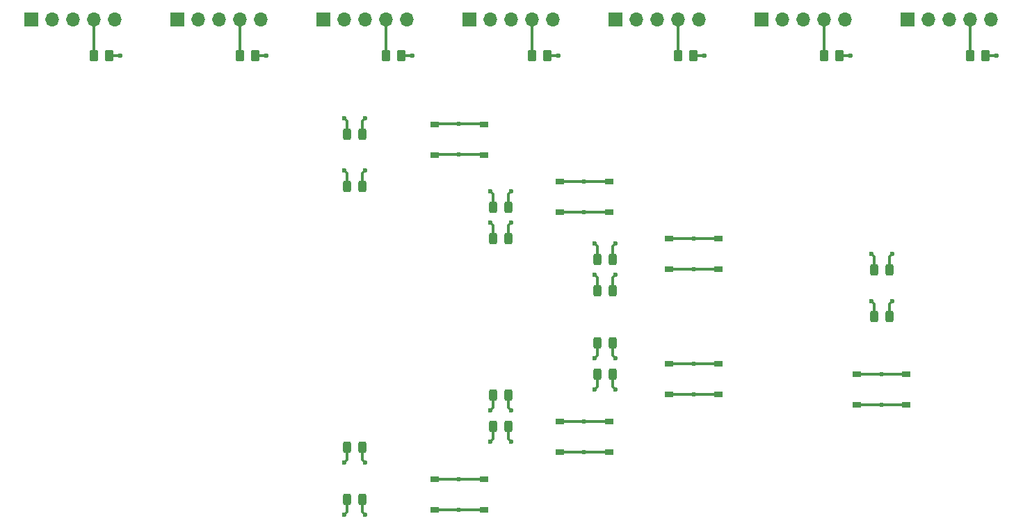
<source format=gbr>
%TF.GenerationSoftware,KiCad,Pcbnew,7.0.11+1*%
%TF.CreationDate,2024-06-09T21:21:38+01:00*%
%TF.ProjectId,crowland-green,63726f77-6c61-46e6-942d-677265656e2e,Rev 1*%
%TF.SameCoordinates,Original*%
%TF.FileFunction,Copper,L1,Top*%
%TF.FilePolarity,Positive*%
%FSLAX46Y46*%
G04 Gerber Fmt 4.6, Leading zero omitted, Abs format (unit mm)*
G04 Created by KiCad (PCBNEW 7.0.11+1) date 2024-06-09 21:21:38*
%MOMM*%
%LPD*%
G01*
G04 APERTURE LIST*
G04 Aperture macros list*
%AMRoundRect*
0 Rectangle with rounded corners*
0 $1 Rounding radius*
0 $2 $3 $4 $5 $6 $7 $8 $9 X,Y pos of 4 corners*
0 Add a 4 corners polygon primitive as box body*
4,1,4,$2,$3,$4,$5,$6,$7,$8,$9,$2,$3,0*
0 Add four circle primitives for the rounded corners*
1,1,$1+$1,$2,$3*
1,1,$1+$1,$4,$5*
1,1,$1+$1,$6,$7*
1,1,$1+$1,$8,$9*
0 Add four rect primitives between the rounded corners*
20,1,$1+$1,$2,$3,$4,$5,0*
20,1,$1+$1,$4,$5,$6,$7,0*
20,1,$1+$1,$6,$7,$8,$9,0*
20,1,$1+$1,$8,$9,$2,$3,0*%
G04 Aperture macros list end*
%TA.AperFunction,SMDPad,CuDef*%
%ADD10RoundRect,0.243750X-0.243750X-0.456250X0.243750X-0.456250X0.243750X0.456250X-0.243750X0.456250X0*%
%TD*%
%TA.AperFunction,SMDPad,CuDef*%
%ADD11RoundRect,0.250000X-0.262500X-0.450000X0.262500X-0.450000X0.262500X0.450000X-0.262500X0.450000X0*%
%TD*%
%TA.AperFunction,ComponentPad*%
%ADD12R,1.700000X1.700000*%
%TD*%
%TA.AperFunction,ComponentPad*%
%ADD13O,1.700000X1.700000*%
%TD*%
%TA.AperFunction,SMDPad,CuDef*%
%ADD14R,1.000000X0.750000*%
%TD*%
%TA.AperFunction,ViaPad*%
%ADD15C,0.600000*%
%TD*%
%TA.AperFunction,Conductor*%
%ADD16C,0.300000*%
%TD*%
G04 APERTURE END LIST*
D10*
%TO.P,D3,1,K*%
%TO.N,/Point2/LED_R*%
X90502500Y-68580000D03*
%TO.P,D3,2,A*%
%TO.N,Net-(D3-A)*%
X92377500Y-68580000D03*
%TD*%
D11*
%TO.P,R1,1*%
%TO.N,/Point1/LED_C*%
X41910000Y-50165000D03*
%TO.P,R1,2*%
%TO.N,Net-(D1-A)*%
X43735000Y-50165000D03*
%TD*%
%TO.P,R3,1*%
%TO.N,/Point3/LED_C*%
X77470000Y-50165000D03*
%TO.P,R3,2*%
%TO.N,Net-(D5-A)*%
X79295000Y-50165000D03*
%TD*%
D12*
%TO.P,J1,1,Pin_1*%
%TO.N,/Point1/SW_L*%
X34290000Y-45720000D03*
D13*
%TO.P,J1,2,Pin_2*%
%TO.N,/Point1/SW_R*%
X36830000Y-45720000D03*
%TO.P,J1,3,Pin_3*%
%TO.N,/Point1/LED_L*%
X39370000Y-45720000D03*
%TO.P,J1,4,Pin_4*%
%TO.N,/Point1/LED_C*%
X41910000Y-45720000D03*
%TO.P,J1,5,Pin_5*%
%TO.N,/Point1/LED_R*%
X44450000Y-45720000D03*
%TD*%
D12*
%TO.P,J5,1,Pin_1*%
%TO.N,/Point5/SW_L*%
X105410000Y-45720000D03*
D13*
%TO.P,J5,2,Pin_2*%
%TO.N,/Point5/SW_R*%
X107950000Y-45720000D03*
%TO.P,J5,3,Pin_3*%
%TO.N,/Point5/LED_L*%
X110490000Y-45720000D03*
%TO.P,J5,4,Pin_4*%
%TO.N,/Point5/LED_C*%
X113030000Y-45720000D03*
%TO.P,J5,5,Pin_5*%
%TO.N,/Point5/LED_R*%
X115570000Y-45720000D03*
%TD*%
D11*
%TO.P,R5,1*%
%TO.N,/Point5/LED_C*%
X113030000Y-50165000D03*
%TO.P,R5,2*%
%TO.N,Net-(D10-A)*%
X114855000Y-50165000D03*
%TD*%
%TO.P,R7,2*%
%TO.N,Net-(D13-A)*%
X150415000Y-50165000D03*
%TO.P,R7,1*%
%TO.N,/Point7/LED_C*%
X148590000Y-50165000D03*
%TD*%
D14*
%TO.P,SW7,1,A*%
%TO.N,/Point7/SW_R*%
X134795000Y-88930000D03*
X140795000Y-88930000D03*
%TO.P,SW7,2,B*%
%TO.N,/Point7/SW_L*%
X134795000Y-92680000D03*
X140795000Y-92680000D03*
%TD*%
D10*
%TO.P,D9,1,K*%
%TO.N,/Point5/LED_R*%
X90502500Y-91440000D03*
%TO.P,D9,2,A*%
%TO.N,Net-(D10-A)*%
X92377500Y-91440000D03*
%TD*%
D14*
%TO.P,SW1,1,A*%
%TO.N,/Point1/SW_R*%
X83360000Y-58480000D03*
X89360000Y-58480000D03*
%TO.P,SW1,2,B*%
%TO.N,/Point1/SW_L*%
X83360000Y-62230000D03*
X89360000Y-62230000D03*
%TD*%
%TO.P,SW4,1,A*%
%TO.N,/Point4/SW_R*%
X89360000Y-105410000D03*
X83360000Y-105410000D03*
%TO.P,SW4,2,B*%
%TO.N,/Point4/SW_L*%
X89360000Y-101660000D03*
X83360000Y-101660000D03*
%TD*%
D12*
%TO.P,J4,1,Pin_1*%
%TO.N,/Point4/SW_L*%
X87630000Y-45720000D03*
D13*
%TO.P,J4,2,Pin_2*%
%TO.N,/Point4/SW_R*%
X90170000Y-45720000D03*
%TO.P,J4,3,Pin_3*%
%TO.N,/Point4/LED_L*%
X92710000Y-45720000D03*
%TO.P,J4,4,Pin_4*%
%TO.N,/Point4/LED_C*%
X95250000Y-45720000D03*
%TO.P,J4,5,Pin_5*%
%TO.N,/Point4/LED_R*%
X97790000Y-45720000D03*
%TD*%
D14*
%TO.P,SW5,1,A*%
%TO.N,/Point5/SW_R*%
X104600000Y-98395000D03*
X98600000Y-98395000D03*
%TO.P,SW5,2,B*%
%TO.N,/Point5/SW_L*%
X104600000Y-94645000D03*
X98600000Y-94645000D03*
%TD*%
D11*
%TO.P,R6,1*%
%TO.N,/Point6/LED_C*%
X130810000Y-50165000D03*
%TO.P,R6,2*%
%TO.N,Net-(D11-A)*%
X132635000Y-50165000D03*
%TD*%
D10*
%TO.P,D4,1,K*%
%TO.N,/Point2/LED_L*%
X90502500Y-72390000D03*
%TO.P,D4,2,A*%
%TO.N,Net-(D3-A)*%
X92377500Y-72390000D03*
%TD*%
D11*
%TO.P,R2,1*%
%TO.N,/Point2/LED_C*%
X59690000Y-50165000D03*
%TO.P,R2,2*%
%TO.N,Net-(D3-A)*%
X61515000Y-50165000D03*
%TD*%
D12*
%TO.P,J6,1,Pin_1*%
%TO.N,/Point6/SW_L*%
X123190000Y-45720000D03*
D13*
%TO.P,J6,2,Pin_2*%
%TO.N,/Point6/SW_R*%
X125730000Y-45720000D03*
%TO.P,J6,3,Pin_3*%
%TO.N,/Point6/LED_L*%
X128270000Y-45720000D03*
%TO.P,J6,4,Pin_4*%
%TO.N,/Point6/LED_C*%
X130810000Y-45720000D03*
%TO.P,J6,5,Pin_5*%
%TO.N,/Point6/LED_R*%
X133350000Y-45720000D03*
%TD*%
D11*
%TO.P,R4,1*%
%TO.N,/Point4/LED_C*%
X95250000Y-50165000D03*
%TO.P,R4,2*%
%TO.N,Net-(D7-A)*%
X97075000Y-50165000D03*
%TD*%
D10*
%TO.P,D13,1,K*%
%TO.N,/Point7/LED_R*%
X136857500Y-76200000D03*
%TO.P,D13,2,A*%
%TO.N,Net-(D13-A)*%
X138732500Y-76200000D03*
%TD*%
%TO.P,D10,1,K*%
%TO.N,/Point5/LED_L*%
X90502500Y-95250000D03*
%TO.P,D10,2,A*%
%TO.N,Net-(D10-A)*%
X92377500Y-95250000D03*
%TD*%
%TO.P,D2,1,K*%
%TO.N,/Point1/LED_L*%
X72722500Y-66040000D03*
%TO.P,D2,2,A*%
%TO.N,Net-(D1-A)*%
X74597500Y-66040000D03*
%TD*%
D12*
%TO.P,J7,1,Pin_1*%
%TO.N,/Point7/SW_L*%
X140970000Y-45720000D03*
D13*
%TO.P,J7,2,Pin_2*%
%TO.N,/Point7/SW_R*%
X143510000Y-45720000D03*
%TO.P,J7,3,Pin_3*%
%TO.N,/Point7/LED_L*%
X146050000Y-45720000D03*
%TO.P,J7,4,Pin_4*%
%TO.N,/Point7/LED_C*%
X148590000Y-45720000D03*
%TO.P,J7,5,Pin_5*%
%TO.N,/Point7/LED_R*%
X151130000Y-45720000D03*
%TD*%
D10*
%TO.P,D5,1,K*%
%TO.N,/Point3/LED_R*%
X103202500Y-74930000D03*
%TO.P,D5,2,A*%
%TO.N,Net-(D5-A)*%
X105077500Y-74930000D03*
%TD*%
%TO.P,D12,1,K*%
%TO.N,/Point6/LED_L*%
X103202500Y-88900000D03*
%TO.P,D12,2,A*%
%TO.N,Net-(D11-A)*%
X105077500Y-88900000D03*
%TD*%
D14*
%TO.P,SW6,1,A*%
%TO.N,/Point6/SW_R*%
X117935000Y-91410000D03*
X111935000Y-91410000D03*
%TO.P,SW6,2,B*%
%TO.N,/Point6/SW_L*%
X117935000Y-87660000D03*
X111935000Y-87660000D03*
%TD*%
D10*
%TO.P,D7,1,K*%
%TO.N,/Point4/LED_R*%
X72722500Y-97790000D03*
%TO.P,D7,2,A*%
%TO.N,Net-(D7-A)*%
X74597500Y-97790000D03*
%TD*%
%TO.P,D6,1,K*%
%TO.N,/Point3/LED_L*%
X103202500Y-78740000D03*
%TO.P,D6,2,A*%
%TO.N,Net-(D5-A)*%
X105077500Y-78740000D03*
%TD*%
%TO.P,D8,1,K*%
%TO.N,/Point4/LED_L*%
X72722500Y-104140000D03*
%TO.P,D8,2,A*%
%TO.N,Net-(D7-A)*%
X74597500Y-104140000D03*
%TD*%
D12*
%TO.P,J2,1,Pin_1*%
%TO.N,/Point2/SW_L*%
X52070000Y-45720000D03*
D13*
%TO.P,J2,2,Pin_2*%
%TO.N,/Point2/SW_R*%
X54610000Y-45720000D03*
%TO.P,J2,3,Pin_3*%
%TO.N,/Point2/LED_L*%
X57150000Y-45720000D03*
%TO.P,J2,4,Pin_4*%
%TO.N,/Point2/LED_C*%
X59690000Y-45720000D03*
%TO.P,J2,5,Pin_5*%
%TO.N,/Point2/LED_R*%
X62230000Y-45720000D03*
%TD*%
D10*
%TO.P,D1,1,K*%
%TO.N,/Point1/LED_R*%
X72722500Y-59690000D03*
%TO.P,D1,2,A*%
%TO.N,Net-(D1-A)*%
X74597500Y-59690000D03*
%TD*%
%TO.P,D11,1,K*%
%TO.N,/Point6/LED_R*%
X103202500Y-85090000D03*
%TO.P,D11,2,A*%
%TO.N,Net-(D11-A)*%
X105077500Y-85090000D03*
%TD*%
%TO.P,D14,1,K*%
%TO.N,/Point7/LED_L*%
X136857500Y-81915000D03*
%TO.P,D14,2,A*%
%TO.N,Net-(D13-A)*%
X138732500Y-81915000D03*
%TD*%
D14*
%TO.P,SW3,1,A*%
%TO.N,/Point3/SW_R*%
X111935000Y-72420000D03*
X117935000Y-72420000D03*
%TO.P,SW3,2,B*%
%TO.N,/Point3/SW_L*%
X111935000Y-76170000D03*
X117935000Y-76170000D03*
%TD*%
%TO.P,SW2,1,A*%
%TO.N,/Point2/SW_R*%
X98600000Y-65435000D03*
X104600000Y-65435000D03*
%TO.P,SW2,2,B*%
%TO.N,/Point2/SW_L*%
X98600000Y-69185000D03*
X104600000Y-69185000D03*
%TD*%
D12*
%TO.P,J3,1,Pin_1*%
%TO.N,/Point3/SW_L*%
X69850000Y-45720000D03*
D13*
%TO.P,J3,2,Pin_2*%
%TO.N,/Point3/SW_R*%
X72390000Y-45720000D03*
%TO.P,J3,3,Pin_3*%
%TO.N,/Point3/LED_L*%
X74930000Y-45720000D03*
%TO.P,J3,4,Pin_4*%
%TO.N,/Point3/LED_C*%
X77470000Y-45720000D03*
%TO.P,J3,5,Pin_5*%
%TO.N,/Point3/LED_R*%
X80010000Y-45720000D03*
%TD*%
D15*
%TO.N,/Point1/LED_R*%
X72390000Y-57785000D03*
%TO.N,Net-(D1-A)*%
X45085000Y-50165000D03*
X74930000Y-57785000D03*
X74930000Y-64135000D03*
%TO.N,/Point1/LED_L*%
X72390000Y-64135000D03*
%TO.N,/Point2/LED_R*%
X90170000Y-66675000D03*
%TO.N,Net-(D3-A)*%
X92710000Y-70485000D03*
X62865000Y-50165000D03*
X92710000Y-66675000D03*
%TO.N,/Point2/LED_L*%
X90170000Y-70485000D03*
%TO.N,/Point3/LED_R*%
X102870000Y-73025000D03*
%TO.N,Net-(D5-A)*%
X80645000Y-50165000D03*
X105410000Y-76835000D03*
X105410000Y-73025000D03*
%TO.N,/Point3/LED_L*%
X102870000Y-76835000D03*
%TO.N,/Point4/LED_R*%
X72390000Y-99695000D03*
%TO.N,Net-(D7-A)*%
X74930000Y-99695000D03*
X98425000Y-50165000D03*
X74930000Y-106045000D03*
%TO.N,/Point4/LED_L*%
X72390000Y-106045000D03*
%TO.N,/Point5/LED_R*%
X90170000Y-93345000D03*
%TO.N,Net-(D10-A)*%
X92710000Y-93345000D03*
X92710000Y-97155000D03*
X116205000Y-50165000D03*
%TO.N,/Point5/LED_L*%
X90170000Y-97155000D03*
%TO.N,/Point6/LED_R*%
X102870000Y-86995000D03*
%TO.N,Net-(D11-A)*%
X133985000Y-50165000D03*
X105410000Y-90805000D03*
X105410000Y-86995000D03*
%TO.N,/Point6/LED_L*%
X102870000Y-90805000D03*
%TO.N,/Point7/LED_R*%
X136525000Y-74295000D03*
%TO.N,Net-(D13-A)*%
X139065000Y-80010000D03*
X139065000Y-74295000D03*
X151765000Y-50165000D03*
%TO.N,/Point7/LED_L*%
X136525000Y-80010000D03*
%TO.N,/Point1/SW_L*%
X86360000Y-62170000D03*
%TO.N,/Point1/SW_R*%
X86360000Y-58420000D03*
%TO.N,/Point2/SW_L*%
X101600000Y-69185000D03*
%TO.N,/Point2/SW_R*%
X101600000Y-65435000D03*
%TO.N,/Point3/SW_L*%
X114935000Y-76140000D03*
%TO.N,/Point3/SW_R*%
X114935000Y-72390000D03*
%TO.N,/Point4/SW_L*%
X86360000Y-101660000D03*
%TO.N,/Point4/SW_R*%
X86360000Y-105410000D03*
%TO.N,/Point5/SW_L*%
X101600000Y-94645000D03*
%TO.N,/Point5/SW_R*%
X101600000Y-98395000D03*
%TO.N,/Point6/SW_L*%
X114935000Y-87630000D03*
%TO.N,/Point6/SW_R*%
X114935000Y-91380000D03*
%TO.N,/Point7/SW_L*%
X137795000Y-92680000D03*
%TO.N,/Point7/SW_R*%
X137795000Y-88930000D03*
%TD*%
D16*
%TO.N,Net-(D13-A)*%
X151765000Y-50165000D02*
X150415000Y-50165000D01*
%TO.N,/Point1/LED_R*%
X72722500Y-59690000D02*
X72722500Y-58117500D01*
X72722500Y-58117500D02*
X72390000Y-57785000D01*
%TO.N,Net-(D1-A)*%
X43735000Y-50165000D02*
X45085000Y-50165000D01*
X74597500Y-64467500D02*
X74930000Y-64135000D01*
X74597500Y-58117500D02*
X74930000Y-57785000D01*
X74597500Y-59690000D02*
X74597500Y-58117500D01*
X74597500Y-66040000D02*
X74597500Y-64467500D01*
%TO.N,/Point1/LED_L*%
X72722500Y-66040000D02*
X72722500Y-64467500D01*
X72722500Y-64467500D02*
X72390000Y-64135000D01*
%TO.N,/Point2/LED_R*%
X90502500Y-67007500D02*
X90170000Y-66675000D01*
X90502500Y-68580000D02*
X90502500Y-67007500D01*
%TO.N,Net-(D3-A)*%
X61515000Y-50165000D02*
X62865000Y-50165000D01*
X92377500Y-68580000D02*
X92377500Y-67007500D01*
X92377500Y-72390000D02*
X92377500Y-70817500D01*
X92377500Y-67007500D02*
X92710000Y-66675000D01*
X92377500Y-70817500D02*
X92710000Y-70485000D01*
%TO.N,/Point2/LED_L*%
X90502500Y-72390000D02*
X90502500Y-70817500D01*
X90502500Y-70817500D02*
X90170000Y-70485000D01*
%TO.N,/Point3/LED_R*%
X103202500Y-73357500D02*
X102870000Y-73025000D01*
X103202500Y-74930000D02*
X103202500Y-73357500D01*
%TO.N,Net-(D5-A)*%
X105077500Y-73357500D02*
X105410000Y-73025000D01*
X105077500Y-77167500D02*
X105410000Y-76835000D01*
X105077500Y-74930000D02*
X105077500Y-73357500D01*
X105077500Y-78740000D02*
X105077500Y-77167500D01*
X79295000Y-50165000D02*
X80645000Y-50165000D01*
%TO.N,/Point3/LED_L*%
X103202500Y-78740000D02*
X103202500Y-77167500D01*
X103202500Y-77167500D02*
X102870000Y-76835000D01*
%TO.N,/Point4/LED_R*%
X72722500Y-97790000D02*
X72722500Y-99362500D01*
X72722500Y-99362500D02*
X72390000Y-99695000D01*
%TO.N,Net-(D7-A)*%
X74597500Y-104140000D02*
X74597500Y-105712500D01*
X74597500Y-97790000D02*
X74597500Y-99362500D01*
X97075000Y-50165000D02*
X98425000Y-50165000D01*
X74597500Y-105712500D02*
X74930000Y-106045000D01*
X74597500Y-99362500D02*
X74930000Y-99695000D01*
%TO.N,/Point4/LED_L*%
X72722500Y-104140000D02*
X72722500Y-105712500D01*
X72722500Y-105712500D02*
X72390000Y-106045000D01*
%TO.N,/Point5/LED_R*%
X90502500Y-93012500D02*
X90170000Y-93345000D01*
X90502500Y-91440000D02*
X90502500Y-93012500D01*
%TO.N,Net-(D10-A)*%
X92377500Y-96822500D02*
X92710000Y-97155000D01*
X114855000Y-50165000D02*
X116205000Y-50165000D01*
X92377500Y-95250000D02*
X92377500Y-96822500D01*
X92377500Y-91440000D02*
X92377500Y-93012500D01*
X92377500Y-93012500D02*
X92710000Y-93345000D01*
%TO.N,/Point5/LED_L*%
X90502500Y-96822500D02*
X90170000Y-97155000D01*
X90502500Y-95250000D02*
X90502500Y-96822500D01*
%TO.N,/Point6/LED_R*%
X103202500Y-85090000D02*
X103202500Y-86662500D01*
X103202500Y-86662500D02*
X102870000Y-86995000D01*
%TO.N,Net-(D11-A)*%
X132635000Y-50165000D02*
X133985000Y-50165000D01*
X105077500Y-90472500D02*
X105410000Y-90805000D01*
X105077500Y-88900000D02*
X105077500Y-90472500D01*
X105077500Y-85090000D02*
X105077500Y-86662500D01*
X105077500Y-86662500D02*
X105410000Y-86995000D01*
%TO.N,/Point6/LED_L*%
X103202500Y-90472500D02*
X102870000Y-90805000D01*
X103202500Y-88900000D02*
X103202500Y-90472500D01*
%TO.N,/Point7/LED_R*%
X136857500Y-76200000D02*
X136857500Y-74627500D01*
X136857500Y-74627500D02*
X136525000Y-74295000D01*
%TO.N,Net-(D13-A)*%
X138732500Y-81915000D02*
X138732500Y-80342500D01*
X138732500Y-74627500D02*
X139065000Y-74295000D01*
X138732500Y-80342500D02*
X139065000Y-80010000D01*
X138732500Y-76200000D02*
X138732500Y-74627500D01*
%TO.N,/Point7/LED_L*%
X136857500Y-80342500D02*
X136525000Y-80010000D01*
X136857500Y-81915000D02*
X136857500Y-80342500D01*
%TO.N,/Point1/SW_L*%
X86360000Y-62170000D02*
X83360000Y-62170000D01*
X89360000Y-62170000D02*
X86360000Y-62170000D01*
%TO.N,/Point1/SW_R*%
X83360000Y-58420000D02*
X86360000Y-58420000D01*
X89360000Y-58420000D02*
X86360000Y-58420000D01*
%TO.N,/Point1/LED_C*%
X41910000Y-45720000D02*
X41910000Y-50165000D01*
%TO.N,/Point2/SW_L*%
X104600000Y-69185000D02*
X101600000Y-69185000D01*
X98600000Y-69185000D02*
X101600000Y-69185000D01*
%TO.N,/Point2/SW_R*%
X98600000Y-65435000D02*
X101600000Y-65435000D01*
X104600000Y-65435000D02*
X101600000Y-65435000D01*
%TO.N,/Point2/LED_C*%
X59690000Y-45720000D02*
X59690000Y-50165000D01*
%TO.N,/Point3/SW_L*%
X111760000Y-76140000D02*
X114935000Y-76140000D01*
X117760000Y-76140000D02*
X114935000Y-76140000D01*
%TO.N,/Point3/SW_R*%
X111760000Y-72390000D02*
X114935000Y-72390000D01*
X117760000Y-72390000D02*
X114935000Y-72390000D01*
%TO.N,/Point3/LED_C*%
X77470000Y-45720000D02*
X77470000Y-50165000D01*
%TO.N,/Point4/SW_L*%
X83360000Y-101660000D02*
X89360000Y-101660000D01*
%TO.N,/Point4/SW_R*%
X89360000Y-105410000D02*
X86360000Y-105410000D01*
X83360000Y-105410000D02*
X86360000Y-105410000D01*
%TO.N,/Point4/LED_C*%
X95250000Y-45720000D02*
X95250000Y-50165000D01*
%TO.N,/Point5/SW_L*%
X104600000Y-94645000D02*
X101600000Y-94645000D01*
X98600000Y-94645000D02*
X101600000Y-94645000D01*
%TO.N,/Point5/SW_R*%
X98600000Y-98395000D02*
X101600000Y-98395000D01*
X104600000Y-98395000D02*
X101600000Y-98395000D01*
%TO.N,/Point5/LED_C*%
X113030000Y-50165000D02*
X113030000Y-45720000D01*
%TO.N,/Point6/SW_L*%
X117760000Y-87630000D02*
X114935000Y-87630000D01*
X111760000Y-87630000D02*
X114935000Y-87630000D01*
%TO.N,/Point6/SW_R*%
X117760000Y-91380000D02*
X114935000Y-91380000D01*
X111760000Y-91380000D02*
X114935000Y-91380000D01*
%TO.N,/Point6/LED_C*%
X130810000Y-45720000D02*
X130810000Y-50165000D01*
%TO.N,/Point7/SW_L*%
X134795000Y-92680000D02*
X140795000Y-92680000D01*
%TO.N,/Point7/SW_R*%
X134795000Y-88930000D02*
X137795000Y-88930000D01*
X140795000Y-88930000D02*
X137795000Y-88930000D01*
%TO.N,/Point7/LED_C*%
X148590000Y-45720000D02*
X148590000Y-49530000D01*
%TD*%
M02*

</source>
